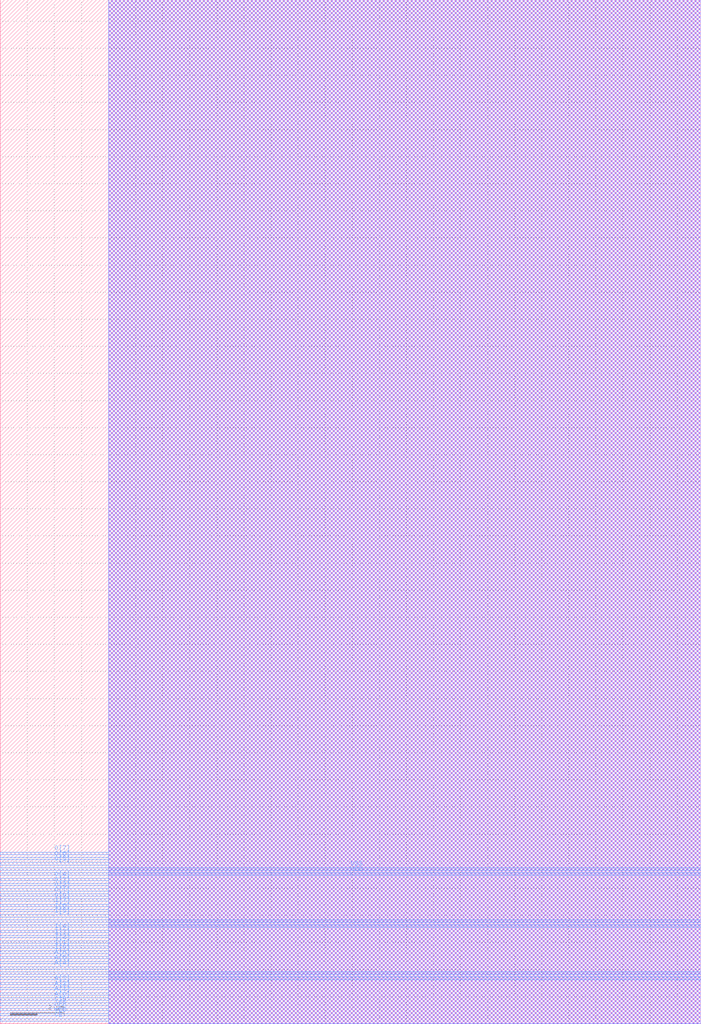
<source format=lef>
VERSION 5.6 ;
BUSBITCHARS "[]" ;
DIVIDERCHAR "/" ;

MACRO SRAM1RW128x8
  CLASS BLOCK ;
  ORIGIN 0 0 ;
  FOREIGN SRAM1RW128x8 0 0 ;
  SIZE 25.888 BY 37.784 ;
  SYMMETRY X Y ;
  SITE coreSite ;
  PIN VDD
    DIRECTION INOUT ;
    USE POWER ;
    PORT 
      LAYER M4 ;
        RECT 0.0 1.632 25.888 1.728 ;
        RECT 0.0 3.552 25.888 3.648 ;
        RECT 0.0 5.472 25.888 5.568 ;
    END 
  END VDD
  PIN VSS
    DIRECTION INOUT ;
    USE GROUND ;
    PORT 
      LAYER M4 ;
        RECT 0.0 1.824 25.888 1.92 ;
        RECT 0.0 3.744 25.888 3.84 ;
        RECT 0.0 5.664 25.888 5.76 ;
    END 
  END VSS
  PIN CE
    DIRECTION INPUT ;
    USE SIGNAL ;
    PORT 
      LAYER M4 ;
        RECT 0.0 0.096 4.0 0.192 ;
    END 
  END CE
  PIN WEB
    DIRECTION INPUT ;
    USE SIGNAL ;
    PORT 
      LAYER M4 ;
        RECT 0.0 0.288 4.0 0.384 ;
    END 
  END WEB
  PIN OEB
    DIRECTION INPUT ;
    USE SIGNAL ;
    PORT 
      LAYER M4 ;
        RECT 0.0 0.48 4.0 0.576 ;
    END 
  END OEB
  PIN CSB
    DIRECTION INPUT ;
    USE SIGNAL ;
    PORT 
      LAYER M4 ;
        RECT 0.0 0.672 4.0 0.768 ;
    END 
  END CSB
  PIN A[0]
    DIRECTION INPUT ;
    USE SIGNAL ;
    PORT 
      LAYER M4 ;
        RECT 0.0 0.864 4.0 0.96 ;
    END 
  END A[0]
  PIN A[1]
    DIRECTION INPUT ;
    USE SIGNAL ;
    PORT 
      LAYER M4 ;
        RECT 0.0 1.056 4.0 1.152 ;
    END 
  END A[1]
  PIN A[2]
    DIRECTION INPUT ;
    USE SIGNAL ;
    PORT 
      LAYER M4 ;
        RECT 0.0 1.248 4.0 1.344 ;
    END 
  END A[2]
  PIN A[3]
    DIRECTION INPUT ;
    USE SIGNAL ;
    PORT 
      LAYER M4 ;
        RECT 0.0 1.44 4.0 1.536 ;
    END 
  END A[3]
  PIN A[4]
    DIRECTION INPUT ;
    USE SIGNAL ;
    PORT 
      LAYER M4 ;
        RECT 0.0 2.016 4.0 2.112 ;
    END 
  END A[4]
  PIN A[5]
    DIRECTION INPUT ;
    USE SIGNAL ;
    PORT 
      LAYER M4 ;
        RECT 0.0 2.208 4.0 2.304 ;
    END 
  END A[5]
  PIN A[6]
    DIRECTION INPUT ;
    USE SIGNAL ;
    PORT 
      LAYER M4 ;
        RECT 0.0 2.4 4.0 2.496 ;
    END 
  END A[6]
  PIN I[0]
    DIRECTION INPUT ;
    USE SIGNAL ;
    PORT 
      LAYER M4 ;
        RECT 0.0 2.592 4.0 2.688 ;
    END 
  END I[0]
  PIN I[1]
    DIRECTION INPUT ;
    USE SIGNAL ;
    PORT 
      LAYER M4 ;
        RECT 0.0 2.784 4.0 2.88 ;
    END 
  END I[1]
  PIN I[2]
    DIRECTION INPUT ;
    USE SIGNAL ;
    PORT 
      LAYER M4 ;
        RECT 0.0 2.976 4.0 3.072 ;
    END 
  END I[2]
  PIN I[3]
    DIRECTION INPUT ;
    USE SIGNAL ;
    PORT 
      LAYER M4 ;
        RECT 0.0 3.168 4.0 3.264 ;
    END 
  END I[3]
  PIN I[4]
    DIRECTION INPUT ;
    USE SIGNAL ;
    PORT 
      LAYER M4 ;
        RECT 0.0 3.36 4.0 3.456 ;
    END 
  END I[4]
  PIN I[5]
    DIRECTION INPUT ;
    USE SIGNAL ;
    PORT 
      LAYER M4 ;
        RECT 0.0 3.936 4.0 4.032 ;
    END 
  END I[5]
  PIN I[6]
    DIRECTION INPUT ;
    USE SIGNAL ;
    PORT 
      LAYER M4 ;
        RECT 0.0 4.128 4.0 4.224 ;
    END 
  END I[6]
  PIN I[7]
    DIRECTION INPUT ;
    USE SIGNAL ;
    PORT 
      LAYER M4 ;
        RECT 0.0 4.32 4.0 4.416 ;
    END 
  END I[7]
  PIN O[0]
    DIRECTION OUTPUT ;
    USE SIGNAL ;
    PORT 
      LAYER M4 ;
        RECT 0.0 4.512 4.0 4.608 ;
    END 
  END O[0]
  PIN O[1]
    DIRECTION OUTPUT ;
    USE SIGNAL ;
    PORT 
      LAYER M4 ;
        RECT 0.0 4.704 4.0 4.8 ;
    END 
  END O[1]
  PIN O[2]
    DIRECTION OUTPUT ;
    USE SIGNAL ;
    PORT 
      LAYER M4 ;
        RECT 0.0 4.896 4.0 4.992 ;
    END 
  END O[2]
  PIN O[3]
    DIRECTION OUTPUT ;
    USE SIGNAL ;
    PORT 
      LAYER M4 ;
        RECT 0.0 5.088 4.0 5.184 ;
    END 
  END O[3]
  PIN O[4]
    DIRECTION OUTPUT ;
    USE SIGNAL ;
    PORT 
      LAYER M4 ;
        RECT 0.0 5.28 4.0 5.376 ;
    END 
  END O[4]
  PIN O[5]
    DIRECTION OUTPUT ;
    USE SIGNAL ;
    PORT 
      LAYER M4 ;
        RECT 0.0 5.856 4.0 5.952 ;
    END 
  END O[5]
  PIN O[6]
    DIRECTION OUTPUT ;
    USE SIGNAL ;
    PORT 
      LAYER M4 ;
        RECT 0.0 6.048 4.0 6.144 ;
    END 
  END O[6]
  PIN O[7]
    DIRECTION OUTPUT ;
    USE SIGNAL ;
    PORT 
      LAYER M4 ;
        RECT 0.0 6.24 4.0 6.336 ;
    END 
  END O[7]
  OBS 
    LAYER M1 ;
      RECT 4.0 0.0 25.888 37.784 ;
    LAYER M2 ;
      RECT 4.0 0.0 25.888 37.784 ;
    LAYER M3 ;
      RECT 4.0 0.0 25.888 37.784 ;
  END 
END SRAM1RW128x8

END LIBRARY
</source>
